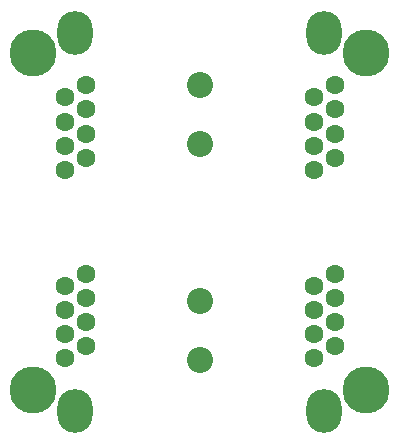
<source format=gbs>
G04*
G04 #@! TF.GenerationSoftware,Altium Limited,Altium Designer,18.1.9 (240)*
G04*
G04 Layer_Color=16711935*
%FSLAX25Y25*%
%MOIN*%
G70*
G01*
G75*
%ADD12C,0.06312*%
%ADD13O,0.11824X0.14580*%
%ADD14C,0.15686*%
%ADD15C,0.08674*%
D12*
X517008Y242717D02*
D03*
Y234685D02*
D03*
Y226654D02*
D03*
Y218622D02*
D03*
X510000Y238701D02*
D03*
Y214606D02*
D03*
Y222638D02*
D03*
Y230669D02*
D03*
Y167953D02*
D03*
Y159921D02*
D03*
Y151890D02*
D03*
Y175984D02*
D03*
X517008Y155906D02*
D03*
Y163937D02*
D03*
Y171969D02*
D03*
Y180000D02*
D03*
X592992Y151890D02*
D03*
Y159921D02*
D03*
Y167953D02*
D03*
Y175984D02*
D03*
X600000Y155906D02*
D03*
Y180000D02*
D03*
Y171969D02*
D03*
Y163937D02*
D03*
Y226654D02*
D03*
Y234685D02*
D03*
Y242717D02*
D03*
Y218622D02*
D03*
X592992Y238701D02*
D03*
Y230669D02*
D03*
Y222638D02*
D03*
Y214606D02*
D03*
D13*
X513465Y260295D02*
D03*
Y134311D02*
D03*
X596535D02*
D03*
Y260295D02*
D03*
D14*
X499449Y253406D02*
D03*
Y141201D02*
D03*
X610551D02*
D03*
Y253406D02*
D03*
D15*
X555000Y223032D02*
D03*
Y242717D02*
D03*
Y151315D02*
D03*
Y171000D02*
D03*
M02*

</source>
